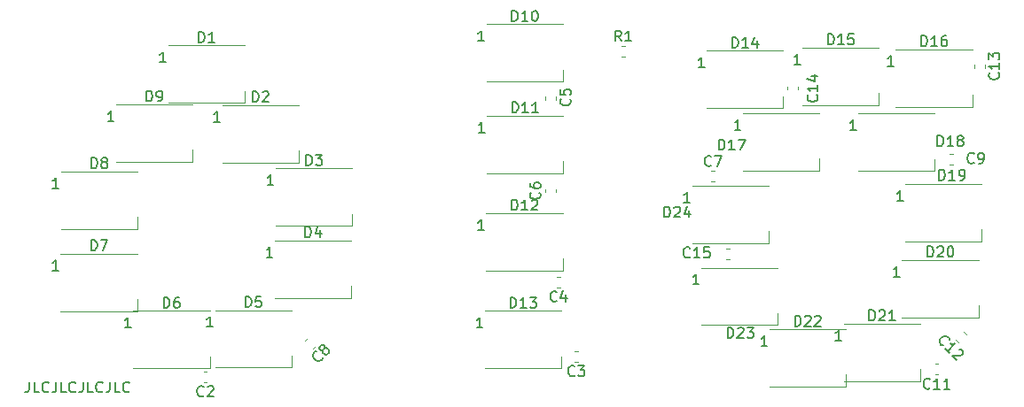
<source format=gbr>
%TF.GenerationSoftware,KiCad,Pcbnew,(5.1.12-1-10_14)*%
%TF.CreationDate,2021-11-25T16:53:39+11:00*%
%TF.ProjectId,HYD ISO Panel PCB V2,48594420-4953-44f2-9050-616e656c2050,rev?*%
%TF.SameCoordinates,Original*%
%TF.FileFunction,Legend,Top*%
%TF.FilePolarity,Positive*%
%FSLAX46Y46*%
G04 Gerber Fmt 4.6, Leading zero omitted, Abs format (unit mm)*
G04 Created by KiCad (PCBNEW (5.1.12-1-10_14)) date 2021-11-25 16:53:39*
%MOMM*%
%LPD*%
G01*
G04 APERTURE LIST*
%ADD10C,0.150000*%
%ADD11C,0.120000*%
G04 APERTURE END LIST*
D10*
X74710952Y-97632380D02*
X74710952Y-98346666D01*
X74663333Y-98489523D01*
X74568095Y-98584761D01*
X74425238Y-98632380D01*
X74330000Y-98632380D01*
X75663333Y-98632380D02*
X75187142Y-98632380D01*
X75187142Y-97632380D01*
X76568095Y-98537142D02*
X76520476Y-98584761D01*
X76377619Y-98632380D01*
X76282380Y-98632380D01*
X76139523Y-98584761D01*
X76044285Y-98489523D01*
X75996666Y-98394285D01*
X75949047Y-98203809D01*
X75949047Y-98060952D01*
X75996666Y-97870476D01*
X76044285Y-97775238D01*
X76139523Y-97680000D01*
X76282380Y-97632380D01*
X76377619Y-97632380D01*
X76520476Y-97680000D01*
X76568095Y-97727619D01*
X77282380Y-97632380D02*
X77282380Y-98346666D01*
X77234761Y-98489523D01*
X77139523Y-98584761D01*
X76996666Y-98632380D01*
X76901428Y-98632380D01*
X78234761Y-98632380D02*
X77758571Y-98632380D01*
X77758571Y-97632380D01*
X79139523Y-98537142D02*
X79091904Y-98584761D01*
X78949047Y-98632380D01*
X78853809Y-98632380D01*
X78710952Y-98584761D01*
X78615714Y-98489523D01*
X78568095Y-98394285D01*
X78520476Y-98203809D01*
X78520476Y-98060952D01*
X78568095Y-97870476D01*
X78615714Y-97775238D01*
X78710952Y-97680000D01*
X78853809Y-97632380D01*
X78949047Y-97632380D01*
X79091904Y-97680000D01*
X79139523Y-97727619D01*
X79853809Y-97632380D02*
X79853809Y-98346666D01*
X79806190Y-98489523D01*
X79710952Y-98584761D01*
X79568095Y-98632380D01*
X79472857Y-98632380D01*
X80806190Y-98632380D02*
X80330000Y-98632380D01*
X80330000Y-97632380D01*
X81710952Y-98537142D02*
X81663333Y-98584761D01*
X81520476Y-98632380D01*
X81425238Y-98632380D01*
X81282380Y-98584761D01*
X81187142Y-98489523D01*
X81139523Y-98394285D01*
X81091904Y-98203809D01*
X81091904Y-98060952D01*
X81139523Y-97870476D01*
X81187142Y-97775238D01*
X81282380Y-97680000D01*
X81425238Y-97632380D01*
X81520476Y-97632380D01*
X81663333Y-97680000D01*
X81710952Y-97727619D01*
X82425238Y-97632380D02*
X82425238Y-98346666D01*
X82377619Y-98489523D01*
X82282380Y-98584761D01*
X82139523Y-98632380D01*
X82044285Y-98632380D01*
X83377619Y-98632380D02*
X82901428Y-98632380D01*
X82901428Y-97632380D01*
X84282380Y-98537142D02*
X84234761Y-98584761D01*
X84091904Y-98632380D01*
X83996666Y-98632380D01*
X83853809Y-98584761D01*
X83758571Y-98489523D01*
X83710952Y-98394285D01*
X83663333Y-98203809D01*
X83663333Y-98060952D01*
X83710952Y-97870476D01*
X83758571Y-97775238D01*
X83853809Y-97680000D01*
X83996666Y-97632380D01*
X84091904Y-97632380D01*
X84234761Y-97680000D01*
X84282380Y-97727619D01*
D11*
%TO.C,R1*%
X131272161Y-65486820D02*
X131597719Y-65486820D01*
X131272161Y-66506820D02*
X131597719Y-66506820D01*
%TO.C,C15*%
X141274481Y-84910200D02*
X141600039Y-84910200D01*
X141274481Y-85930200D02*
X141600039Y-85930200D01*
%TO.C,C14*%
X148134800Y-69351841D02*
X148134800Y-69677399D01*
X147114800Y-69351841D02*
X147114800Y-69677399D01*
%TO.C,C13*%
X165980840Y-67266701D02*
X165980840Y-67592259D01*
X164960840Y-67266701D02*
X164960840Y-67592259D01*
%TO.C,C12*%
X163464511Y-93820140D02*
X163234306Y-93589935D01*
X164185760Y-93098891D02*
X163955555Y-92868686D01*
%TO.C,C11*%
X161541779Y-96938560D02*
X161216221Y-96938560D01*
X161541779Y-95918560D02*
X161216221Y-95918560D01*
%TO.C,C9*%
X162923339Y-76814140D02*
X162597781Y-76814140D01*
X162923339Y-75794140D02*
X162597781Y-75794140D01*
%TO.C,C8*%
X102039580Y-94182929D02*
X101809375Y-94413134D01*
X101318331Y-93461680D02*
X101088126Y-93691885D01*
%TO.C,C7*%
X139847201Y-77462920D02*
X140172759Y-77462920D01*
X139847201Y-78482920D02*
X140172759Y-78482920D01*
%TO.C,C6*%
X124000800Y-79507199D02*
X124000800Y-79181641D01*
X125020800Y-79507199D02*
X125020800Y-79181641D01*
%TO.C,C5*%
X123970320Y-70632439D02*
X123970320Y-70306881D01*
X124990320Y-70632439D02*
X124990320Y-70306881D01*
%TO.C,C4*%
X125410079Y-88579420D02*
X125084521Y-88579420D01*
X125410079Y-87559420D02*
X125084521Y-87559420D01*
%TO.C,C3*%
X127132399Y-95716820D02*
X126806841Y-95716820D01*
X127132399Y-94696820D02*
X126806841Y-94696820D01*
%TO.C,C2*%
X91691779Y-97667540D02*
X91366221Y-97667540D01*
X91691779Y-96647540D02*
X91366221Y-96647540D01*
%TO.C,D21*%
X159797600Y-97568000D02*
X159797600Y-96418000D01*
X152497600Y-97568000D02*
X159797600Y-97568000D01*
X152497600Y-92068000D02*
X159797600Y-92068000D01*
%TO.C,D22*%
X152697200Y-98101600D02*
X152697200Y-96951600D01*
X145397200Y-98101600D02*
X152697200Y-98101600D01*
X145397200Y-92601600D02*
X152697200Y-92601600D01*
%TO.C,D20*%
X165358000Y-91472000D02*
X165358000Y-90322000D01*
X158058000Y-91472000D02*
X165358000Y-91472000D01*
X158058000Y-85972000D02*
X165358000Y-85972000D01*
%TO.C,D23*%
X146183200Y-92208800D02*
X146183200Y-91058800D01*
X138883200Y-92208800D02*
X146183200Y-92208800D01*
X138883200Y-86708800D02*
X146183200Y-86708800D01*
%TO.C,D19*%
X165690400Y-84208000D02*
X165690400Y-83058000D01*
X158390400Y-84208000D02*
X165690400Y-84208000D01*
X158390400Y-78708000D02*
X165690400Y-78708000D01*
%TO.C,D24*%
X145319600Y-84360000D02*
X145319600Y-83210000D01*
X138019600Y-84360000D02*
X145319600Y-84360000D01*
X138019600Y-78860000D02*
X145319600Y-78860000D01*
%TO.C,D18*%
X161192400Y-77451200D02*
X161192400Y-76301200D01*
X153892400Y-77451200D02*
X161192400Y-77451200D01*
X153892400Y-71951200D02*
X161192400Y-71951200D01*
%TO.C,D17*%
X150157200Y-77426000D02*
X150157200Y-76276000D01*
X142857200Y-77426000D02*
X150157200Y-77426000D01*
X142857200Y-71926000D02*
X150157200Y-71926000D01*
%TO.C,D16*%
X164776000Y-71304400D02*
X164776000Y-70154400D01*
X157476000Y-71304400D02*
X164776000Y-71304400D01*
X157476000Y-65804400D02*
X164776000Y-65804400D01*
%TO.C,D15*%
X155858400Y-71152000D02*
X155858400Y-70002000D01*
X148558400Y-71152000D02*
X155858400Y-71152000D01*
X148558400Y-65652000D02*
X155858400Y-65652000D01*
%TO.C,D14*%
X146714400Y-71456800D02*
X146714400Y-70306800D01*
X139414400Y-71456800D02*
X146714400Y-71456800D01*
X139414400Y-65956800D02*
X146714400Y-65956800D01*
%TO.C,D13*%
X125530800Y-96348800D02*
X125530800Y-95198800D01*
X118230800Y-96348800D02*
X125530800Y-96348800D01*
X118230800Y-90848800D02*
X125530800Y-90848800D01*
%TO.C,D12*%
X125660000Y-87001600D02*
X125660000Y-85851600D01*
X118360000Y-87001600D02*
X125660000Y-87001600D01*
X118360000Y-81501600D02*
X125660000Y-81501600D01*
%TO.C,D11*%
X125710800Y-77654400D02*
X125710800Y-76504400D01*
X118410800Y-77654400D02*
X125710800Y-77654400D01*
X118410800Y-72154400D02*
X125710800Y-72154400D01*
%TO.C,D10*%
X125671600Y-68916800D02*
X125671600Y-67766800D01*
X118371600Y-68916800D02*
X125671600Y-68916800D01*
X118371600Y-63416800D02*
X125671600Y-63416800D01*
%TO.C,D9*%
X90303200Y-76587600D02*
X90303200Y-75437600D01*
X83003200Y-76587600D02*
X90303200Y-76587600D01*
X83003200Y-71087600D02*
X90303200Y-71087600D01*
%TO.C,D8*%
X85043200Y-82988800D02*
X85043200Y-81838800D01*
X77743200Y-82988800D02*
X85043200Y-82988800D01*
X77743200Y-77488800D02*
X85043200Y-77488800D01*
%TO.C,D7*%
X85020000Y-90862800D02*
X85020000Y-89712800D01*
X77720000Y-90862800D02*
X85020000Y-90862800D01*
X77720000Y-85362800D02*
X85020000Y-85362800D01*
%TO.C,D6*%
X91952000Y-96348800D02*
X91952000Y-95198800D01*
X84652000Y-96348800D02*
X91952000Y-96348800D01*
X84652000Y-90848800D02*
X91952000Y-90848800D01*
%TO.C,D5*%
X99763600Y-96272800D02*
X99763600Y-95122800D01*
X92463600Y-96272800D02*
X99763600Y-96272800D01*
X92463600Y-90772800D02*
X99763600Y-90772800D01*
%TO.C,D4*%
X105464800Y-89592400D02*
X105464800Y-88442400D01*
X98164800Y-89592400D02*
X105464800Y-89592400D01*
X98164800Y-84092400D02*
X105464800Y-84092400D01*
%TO.C,D3*%
X105554800Y-82709200D02*
X105554800Y-81559200D01*
X98254800Y-82709200D02*
X105554800Y-82709200D01*
X98254800Y-77209200D02*
X105554800Y-77209200D01*
%TO.C,D2*%
X100435600Y-76638400D02*
X100435600Y-75488400D01*
X93135600Y-76638400D02*
X100435600Y-76638400D01*
X93135600Y-71138400D02*
X100435600Y-71138400D01*
%TO.C,D1*%
X95281600Y-70948800D02*
X95281600Y-69798800D01*
X87981600Y-70948800D02*
X95281600Y-70948800D01*
X87981600Y-65448800D02*
X95281600Y-65448800D01*
%TO.C,R1*%
D10*
X131268273Y-65019200D02*
X130934940Y-64543010D01*
X130696844Y-65019200D02*
X130696844Y-64019200D01*
X131077797Y-64019200D01*
X131173035Y-64066820D01*
X131220654Y-64114439D01*
X131268273Y-64209677D01*
X131268273Y-64352534D01*
X131220654Y-64447772D01*
X131173035Y-64495391D01*
X131077797Y-64543010D01*
X130696844Y-64543010D01*
X132220654Y-65019200D02*
X131649225Y-65019200D01*
X131934940Y-65019200D02*
X131934940Y-64019200D01*
X131839701Y-64162058D01*
X131744463Y-64257296D01*
X131649225Y-64304915D01*
%TO.C,C15*%
X137807142Y-85657142D02*
X137759523Y-85704761D01*
X137616666Y-85752380D01*
X137521428Y-85752380D01*
X137378571Y-85704761D01*
X137283333Y-85609523D01*
X137235714Y-85514285D01*
X137188095Y-85323809D01*
X137188095Y-85180952D01*
X137235714Y-84990476D01*
X137283333Y-84895238D01*
X137378571Y-84800000D01*
X137521428Y-84752380D01*
X137616666Y-84752380D01*
X137759523Y-84800000D01*
X137807142Y-84847619D01*
X138759523Y-85752380D02*
X138188095Y-85752380D01*
X138473809Y-85752380D02*
X138473809Y-84752380D01*
X138378571Y-84895238D01*
X138283333Y-84990476D01*
X138188095Y-85038095D01*
X139664285Y-84752380D02*
X139188095Y-84752380D01*
X139140476Y-85228571D01*
X139188095Y-85180952D01*
X139283333Y-85133333D01*
X139521428Y-85133333D01*
X139616666Y-85180952D01*
X139664285Y-85228571D01*
X139711904Y-85323809D01*
X139711904Y-85561904D01*
X139664285Y-85657142D01*
X139616666Y-85704761D01*
X139521428Y-85752380D01*
X139283333Y-85752380D01*
X139188095Y-85704761D01*
X139140476Y-85657142D01*
%TO.C,C14*%
X149932142Y-70192857D02*
X149979761Y-70240476D01*
X150027380Y-70383333D01*
X150027380Y-70478571D01*
X149979761Y-70621428D01*
X149884523Y-70716666D01*
X149789285Y-70764285D01*
X149598809Y-70811904D01*
X149455952Y-70811904D01*
X149265476Y-70764285D01*
X149170238Y-70716666D01*
X149075000Y-70621428D01*
X149027380Y-70478571D01*
X149027380Y-70383333D01*
X149075000Y-70240476D01*
X149122619Y-70192857D01*
X150027380Y-69240476D02*
X150027380Y-69811904D01*
X150027380Y-69526190D02*
X149027380Y-69526190D01*
X149170238Y-69621428D01*
X149265476Y-69716666D01*
X149313095Y-69811904D01*
X149360714Y-68383333D02*
X150027380Y-68383333D01*
X148979761Y-68621428D02*
X149694047Y-68859523D01*
X149694047Y-68240476D01*
%TO.C,C13*%
X167257982Y-68072337D02*
X167305601Y-68119956D01*
X167353220Y-68262813D01*
X167353220Y-68358051D01*
X167305601Y-68500908D01*
X167210363Y-68596146D01*
X167115125Y-68643765D01*
X166924649Y-68691384D01*
X166781792Y-68691384D01*
X166591316Y-68643765D01*
X166496078Y-68596146D01*
X166400840Y-68500908D01*
X166353220Y-68358051D01*
X166353220Y-68262813D01*
X166400840Y-68119956D01*
X166448459Y-68072337D01*
X167353220Y-67119956D02*
X167353220Y-67691384D01*
X167353220Y-67405670D02*
X166353220Y-67405670D01*
X166496078Y-67500908D01*
X166591316Y-67596146D01*
X166638935Y-67691384D01*
X166353220Y-66786622D02*
X166353220Y-66167575D01*
X166734173Y-66500908D01*
X166734173Y-66358051D01*
X166781792Y-66262813D01*
X166829411Y-66215194D01*
X166924649Y-66167575D01*
X167162744Y-66167575D01*
X167257982Y-66215194D01*
X167305601Y-66262813D01*
X167353220Y-66358051D01*
X167353220Y-66643765D01*
X167305601Y-66739003D01*
X167257982Y-66786622D01*
%TO.C,C12*%
X161991763Y-94153545D02*
X161924419Y-94153545D01*
X161789732Y-94086201D01*
X161722389Y-94018858D01*
X161655045Y-93884171D01*
X161655045Y-93749484D01*
X161688717Y-93648469D01*
X161789732Y-93480110D01*
X161890747Y-93379095D01*
X162059106Y-93278079D01*
X162160121Y-93244408D01*
X162294808Y-93244408D01*
X162429495Y-93311751D01*
X162496839Y-93379095D01*
X162564182Y-93513782D01*
X162564182Y-93581125D01*
X162597854Y-94894324D02*
X162193793Y-94490263D01*
X162395824Y-94692293D02*
X163102931Y-93985186D01*
X162934572Y-94018858D01*
X162799885Y-94018858D01*
X162698870Y-93985186D01*
X163506992Y-94523934D02*
X163574335Y-94523934D01*
X163675350Y-94557606D01*
X163843709Y-94725965D01*
X163877381Y-94826980D01*
X163877381Y-94894324D01*
X163843709Y-94995339D01*
X163776366Y-95062682D01*
X163641679Y-95130026D01*
X162833557Y-95130026D01*
X163271289Y-95567759D01*
%TO.C,C11*%
X160736142Y-98215702D02*
X160688523Y-98263321D01*
X160545666Y-98310940D01*
X160450428Y-98310940D01*
X160307571Y-98263321D01*
X160212333Y-98168083D01*
X160164714Y-98072845D01*
X160117095Y-97882369D01*
X160117095Y-97739512D01*
X160164714Y-97549036D01*
X160212333Y-97453798D01*
X160307571Y-97358560D01*
X160450428Y-97310940D01*
X160545666Y-97310940D01*
X160688523Y-97358560D01*
X160736142Y-97406179D01*
X161688523Y-98310940D02*
X161117095Y-98310940D01*
X161402809Y-98310940D02*
X161402809Y-97310940D01*
X161307571Y-97453798D01*
X161212333Y-97549036D01*
X161117095Y-97596655D01*
X162640904Y-98310940D02*
X162069476Y-98310940D01*
X162355190Y-98310940D02*
X162355190Y-97310940D01*
X162259952Y-97453798D01*
X162164714Y-97549036D01*
X162069476Y-97596655D01*
%TO.C,C9*%
X164933333Y-76632142D02*
X164885714Y-76679761D01*
X164742857Y-76727380D01*
X164647619Y-76727380D01*
X164504761Y-76679761D01*
X164409523Y-76584523D01*
X164361904Y-76489285D01*
X164314285Y-76298809D01*
X164314285Y-76155952D01*
X164361904Y-75965476D01*
X164409523Y-75870238D01*
X164504761Y-75775000D01*
X164647619Y-75727380D01*
X164742857Y-75727380D01*
X164885714Y-75775000D01*
X164933333Y-75822619D01*
X165409523Y-76727380D02*
X165600000Y-76727380D01*
X165695238Y-76679761D01*
X165742857Y-76632142D01*
X165838095Y-76489285D01*
X165885714Y-76298809D01*
X165885714Y-75917857D01*
X165838095Y-75822619D01*
X165790476Y-75775000D01*
X165695238Y-75727380D01*
X165504761Y-75727380D01*
X165409523Y-75775000D01*
X165361904Y-75822619D01*
X165314285Y-75917857D01*
X165314285Y-76155952D01*
X165361904Y-76251190D01*
X165409523Y-76298809D01*
X165504761Y-76346428D01*
X165695238Y-76346428D01*
X165790476Y-76298809D01*
X165838095Y-76251190D01*
X165885714Y-76155952D01*
%TO.C,C8*%
X102709703Y-95318959D02*
X102709703Y-95386302D01*
X102642359Y-95520989D01*
X102575016Y-95588333D01*
X102440328Y-95655676D01*
X102305641Y-95655676D01*
X102204626Y-95622005D01*
X102036267Y-95520989D01*
X101935252Y-95419974D01*
X101834237Y-95251615D01*
X101800565Y-95150600D01*
X101800565Y-95015913D01*
X101867909Y-94881226D01*
X101935252Y-94813882D01*
X102069939Y-94746539D01*
X102137283Y-94746539D01*
X102777046Y-94578180D02*
X102676031Y-94611852D01*
X102608687Y-94611852D01*
X102507672Y-94578180D01*
X102474000Y-94544508D01*
X102440328Y-94443493D01*
X102440328Y-94376150D01*
X102474000Y-94275134D01*
X102608687Y-94140447D01*
X102709703Y-94106776D01*
X102777046Y-94106776D01*
X102878061Y-94140447D01*
X102911733Y-94174119D01*
X102945405Y-94275134D01*
X102945405Y-94342478D01*
X102911733Y-94443493D01*
X102777046Y-94578180D01*
X102743374Y-94679195D01*
X102743374Y-94746539D01*
X102777046Y-94847554D01*
X102911733Y-94982241D01*
X103012748Y-95015913D01*
X103080092Y-95015913D01*
X103181107Y-94982241D01*
X103315794Y-94847554D01*
X103349466Y-94746539D01*
X103349466Y-94679195D01*
X103315794Y-94578180D01*
X103181107Y-94443493D01*
X103080092Y-94409821D01*
X103012748Y-94409821D01*
X102911733Y-94443493D01*
%TO.C,C7*%
X139843313Y-76900062D02*
X139795694Y-76947681D01*
X139652837Y-76995300D01*
X139557599Y-76995300D01*
X139414741Y-76947681D01*
X139319503Y-76852443D01*
X139271884Y-76757205D01*
X139224265Y-76566729D01*
X139224265Y-76423872D01*
X139271884Y-76233396D01*
X139319503Y-76138158D01*
X139414741Y-76042920D01*
X139557599Y-75995300D01*
X139652837Y-75995300D01*
X139795694Y-76042920D01*
X139843313Y-76090539D01*
X140176646Y-75995300D02*
X140843313Y-75995300D01*
X140414741Y-76995300D01*
%TO.C,C6*%
X123437942Y-79511086D02*
X123485561Y-79558705D01*
X123533180Y-79701562D01*
X123533180Y-79796800D01*
X123485561Y-79939658D01*
X123390323Y-80034896D01*
X123295085Y-80082515D01*
X123104609Y-80130134D01*
X122961752Y-80130134D01*
X122771276Y-80082515D01*
X122676038Y-80034896D01*
X122580800Y-79939658D01*
X122533180Y-79796800D01*
X122533180Y-79701562D01*
X122580800Y-79558705D01*
X122628419Y-79511086D01*
X122533180Y-78653943D02*
X122533180Y-78844420D01*
X122580800Y-78939658D01*
X122628419Y-78987277D01*
X122771276Y-79082515D01*
X122961752Y-79130134D01*
X123342704Y-79130134D01*
X123437942Y-79082515D01*
X123485561Y-79034896D01*
X123533180Y-78939658D01*
X123533180Y-78749181D01*
X123485561Y-78653943D01*
X123437942Y-78606324D01*
X123342704Y-78558705D01*
X123104609Y-78558705D01*
X123009371Y-78606324D01*
X122961752Y-78653943D01*
X122914133Y-78749181D01*
X122914133Y-78939658D01*
X122961752Y-79034896D01*
X123009371Y-79082515D01*
X123104609Y-79130134D01*
%TO.C,C5*%
X126332142Y-70566666D02*
X126379761Y-70614285D01*
X126427380Y-70757142D01*
X126427380Y-70852380D01*
X126379761Y-70995238D01*
X126284523Y-71090476D01*
X126189285Y-71138095D01*
X125998809Y-71185714D01*
X125855952Y-71185714D01*
X125665476Y-71138095D01*
X125570238Y-71090476D01*
X125475000Y-70995238D01*
X125427380Y-70852380D01*
X125427380Y-70757142D01*
X125475000Y-70614285D01*
X125522619Y-70566666D01*
X125427380Y-69661904D02*
X125427380Y-70138095D01*
X125903571Y-70185714D01*
X125855952Y-70138095D01*
X125808333Y-70042857D01*
X125808333Y-69804761D01*
X125855952Y-69709523D01*
X125903571Y-69661904D01*
X125998809Y-69614285D01*
X126236904Y-69614285D01*
X126332142Y-69661904D01*
X126379761Y-69709523D01*
X126427380Y-69804761D01*
X126427380Y-70042857D01*
X126379761Y-70138095D01*
X126332142Y-70185714D01*
%TO.C,C4*%
X125080633Y-89856562D02*
X125033014Y-89904181D01*
X124890157Y-89951800D01*
X124794919Y-89951800D01*
X124652061Y-89904181D01*
X124556823Y-89808943D01*
X124509204Y-89713705D01*
X124461585Y-89523229D01*
X124461585Y-89380372D01*
X124509204Y-89189896D01*
X124556823Y-89094658D01*
X124652061Y-88999420D01*
X124794919Y-88951800D01*
X124890157Y-88951800D01*
X125033014Y-88999420D01*
X125080633Y-89047039D01*
X125937776Y-89285134D02*
X125937776Y-89951800D01*
X125699680Y-88904181D02*
X125461585Y-89618467D01*
X126080633Y-89618467D01*
%TO.C,C3*%
X126802953Y-96993962D02*
X126755334Y-97041581D01*
X126612477Y-97089200D01*
X126517239Y-97089200D01*
X126374381Y-97041581D01*
X126279143Y-96946343D01*
X126231524Y-96851105D01*
X126183905Y-96660629D01*
X126183905Y-96517772D01*
X126231524Y-96327296D01*
X126279143Y-96232058D01*
X126374381Y-96136820D01*
X126517239Y-96089200D01*
X126612477Y-96089200D01*
X126755334Y-96136820D01*
X126802953Y-96184439D01*
X127136286Y-96089200D02*
X127755334Y-96089200D01*
X127422000Y-96470153D01*
X127564858Y-96470153D01*
X127660096Y-96517772D01*
X127707715Y-96565391D01*
X127755334Y-96660629D01*
X127755334Y-96898724D01*
X127707715Y-96993962D01*
X127660096Y-97041581D01*
X127564858Y-97089200D01*
X127279143Y-97089200D01*
X127183905Y-97041581D01*
X127136286Y-96993962D01*
%TO.C,C2*%
X91362333Y-98944682D02*
X91314714Y-98992301D01*
X91171857Y-99039920D01*
X91076619Y-99039920D01*
X90933761Y-98992301D01*
X90838523Y-98897063D01*
X90790904Y-98801825D01*
X90743285Y-98611349D01*
X90743285Y-98468492D01*
X90790904Y-98278016D01*
X90838523Y-98182778D01*
X90933761Y-98087540D01*
X91076619Y-98039920D01*
X91171857Y-98039920D01*
X91314714Y-98087540D01*
X91362333Y-98135159D01*
X91743285Y-98135159D02*
X91790904Y-98087540D01*
X91886142Y-98039920D01*
X92124238Y-98039920D01*
X92219476Y-98087540D01*
X92267095Y-98135159D01*
X92314714Y-98230397D01*
X92314714Y-98325635D01*
X92267095Y-98468492D01*
X91695666Y-99039920D01*
X92314714Y-99039920D01*
%TO.C,D21*%
X154933314Y-91770380D02*
X154933314Y-90770380D01*
X155171409Y-90770380D01*
X155314266Y-90818000D01*
X155409504Y-90913238D01*
X155457123Y-91008476D01*
X155504742Y-91198952D01*
X155504742Y-91341809D01*
X155457123Y-91532285D01*
X155409504Y-91627523D01*
X155314266Y-91722761D01*
X155171409Y-91770380D01*
X154933314Y-91770380D01*
X155885695Y-90865619D02*
X155933314Y-90818000D01*
X156028552Y-90770380D01*
X156266647Y-90770380D01*
X156361885Y-90818000D01*
X156409504Y-90865619D01*
X156457123Y-90960857D01*
X156457123Y-91056095D01*
X156409504Y-91198952D01*
X155838076Y-91770380D01*
X156457123Y-91770380D01*
X157409504Y-91770380D02*
X156838076Y-91770380D01*
X157123790Y-91770380D02*
X157123790Y-90770380D01*
X157028552Y-90913238D01*
X156933314Y-91008476D01*
X156838076Y-91056095D01*
X152283314Y-93670380D02*
X151711885Y-93670380D01*
X151997600Y-93670380D02*
X151997600Y-92670380D01*
X151902361Y-92813238D01*
X151807123Y-92908476D01*
X151711885Y-92956095D01*
%TO.C,D22*%
X147832914Y-92303980D02*
X147832914Y-91303980D01*
X148071009Y-91303980D01*
X148213866Y-91351600D01*
X148309104Y-91446838D01*
X148356723Y-91542076D01*
X148404342Y-91732552D01*
X148404342Y-91875409D01*
X148356723Y-92065885D01*
X148309104Y-92161123D01*
X148213866Y-92256361D01*
X148071009Y-92303980D01*
X147832914Y-92303980D01*
X148785295Y-91399219D02*
X148832914Y-91351600D01*
X148928152Y-91303980D01*
X149166247Y-91303980D01*
X149261485Y-91351600D01*
X149309104Y-91399219D01*
X149356723Y-91494457D01*
X149356723Y-91589695D01*
X149309104Y-91732552D01*
X148737676Y-92303980D01*
X149356723Y-92303980D01*
X149737676Y-91399219D02*
X149785295Y-91351600D01*
X149880533Y-91303980D01*
X150118628Y-91303980D01*
X150213866Y-91351600D01*
X150261485Y-91399219D01*
X150309104Y-91494457D01*
X150309104Y-91589695D01*
X150261485Y-91732552D01*
X149690057Y-92303980D01*
X150309104Y-92303980D01*
X145182914Y-94203980D02*
X144611485Y-94203980D01*
X144897200Y-94203980D02*
X144897200Y-93203980D01*
X144801961Y-93346838D01*
X144706723Y-93442076D01*
X144611485Y-93489695D01*
%TO.C,D20*%
X160493714Y-85674380D02*
X160493714Y-84674380D01*
X160731809Y-84674380D01*
X160874666Y-84722000D01*
X160969904Y-84817238D01*
X161017523Y-84912476D01*
X161065142Y-85102952D01*
X161065142Y-85245809D01*
X161017523Y-85436285D01*
X160969904Y-85531523D01*
X160874666Y-85626761D01*
X160731809Y-85674380D01*
X160493714Y-85674380D01*
X161446095Y-84769619D02*
X161493714Y-84722000D01*
X161588952Y-84674380D01*
X161827047Y-84674380D01*
X161922285Y-84722000D01*
X161969904Y-84769619D01*
X162017523Y-84864857D01*
X162017523Y-84960095D01*
X161969904Y-85102952D01*
X161398476Y-85674380D01*
X162017523Y-85674380D01*
X162636571Y-84674380D02*
X162731809Y-84674380D01*
X162827047Y-84722000D01*
X162874666Y-84769619D01*
X162922285Y-84864857D01*
X162969904Y-85055333D01*
X162969904Y-85293428D01*
X162922285Y-85483904D01*
X162874666Y-85579142D01*
X162827047Y-85626761D01*
X162731809Y-85674380D01*
X162636571Y-85674380D01*
X162541333Y-85626761D01*
X162493714Y-85579142D01*
X162446095Y-85483904D01*
X162398476Y-85293428D01*
X162398476Y-85055333D01*
X162446095Y-84864857D01*
X162493714Y-84769619D01*
X162541333Y-84722000D01*
X162636571Y-84674380D01*
X157843714Y-87574380D02*
X157272285Y-87574380D01*
X157558000Y-87574380D02*
X157558000Y-86574380D01*
X157462761Y-86717238D01*
X157367523Y-86812476D01*
X157272285Y-86860095D01*
%TO.C,D23*%
X141410714Y-93427380D02*
X141410714Y-92427380D01*
X141648809Y-92427380D01*
X141791666Y-92475000D01*
X141886904Y-92570238D01*
X141934523Y-92665476D01*
X141982142Y-92855952D01*
X141982142Y-92998809D01*
X141934523Y-93189285D01*
X141886904Y-93284523D01*
X141791666Y-93379761D01*
X141648809Y-93427380D01*
X141410714Y-93427380D01*
X142363095Y-92522619D02*
X142410714Y-92475000D01*
X142505952Y-92427380D01*
X142744047Y-92427380D01*
X142839285Y-92475000D01*
X142886904Y-92522619D01*
X142934523Y-92617857D01*
X142934523Y-92713095D01*
X142886904Y-92855952D01*
X142315476Y-93427380D01*
X142934523Y-93427380D01*
X143267857Y-92427380D02*
X143886904Y-92427380D01*
X143553571Y-92808333D01*
X143696428Y-92808333D01*
X143791666Y-92855952D01*
X143839285Y-92903571D01*
X143886904Y-92998809D01*
X143886904Y-93236904D01*
X143839285Y-93332142D01*
X143791666Y-93379761D01*
X143696428Y-93427380D01*
X143410714Y-93427380D01*
X143315476Y-93379761D01*
X143267857Y-93332142D01*
X138668914Y-88311180D02*
X138097485Y-88311180D01*
X138383200Y-88311180D02*
X138383200Y-87311180D01*
X138287961Y-87454038D01*
X138192723Y-87549276D01*
X138097485Y-87596895D01*
%TO.C,D19*%
X161599714Y-78328780D02*
X161599714Y-77328780D01*
X161837809Y-77328780D01*
X161980666Y-77376400D01*
X162075904Y-77471638D01*
X162123523Y-77566876D01*
X162171142Y-77757352D01*
X162171142Y-77900209D01*
X162123523Y-78090685D01*
X162075904Y-78185923D01*
X161980666Y-78281161D01*
X161837809Y-78328780D01*
X161599714Y-78328780D01*
X163123523Y-78328780D02*
X162552095Y-78328780D01*
X162837809Y-78328780D02*
X162837809Y-77328780D01*
X162742571Y-77471638D01*
X162647333Y-77566876D01*
X162552095Y-77614495D01*
X163599714Y-78328780D02*
X163790190Y-78328780D01*
X163885428Y-78281161D01*
X163933047Y-78233542D01*
X164028285Y-78090685D01*
X164075904Y-77900209D01*
X164075904Y-77519257D01*
X164028285Y-77424019D01*
X163980666Y-77376400D01*
X163885428Y-77328780D01*
X163694952Y-77328780D01*
X163599714Y-77376400D01*
X163552095Y-77424019D01*
X163504476Y-77519257D01*
X163504476Y-77757352D01*
X163552095Y-77852590D01*
X163599714Y-77900209D01*
X163694952Y-77947828D01*
X163885428Y-77947828D01*
X163980666Y-77900209D01*
X164028285Y-77852590D01*
X164075904Y-77757352D01*
X158176114Y-80310380D02*
X157604685Y-80310380D01*
X157890400Y-80310380D02*
X157890400Y-79310380D01*
X157795161Y-79453238D01*
X157699923Y-79548476D01*
X157604685Y-79596095D01*
%TO.C,D24*%
X135360714Y-81877380D02*
X135360714Y-80877380D01*
X135598809Y-80877380D01*
X135741666Y-80925000D01*
X135836904Y-81020238D01*
X135884523Y-81115476D01*
X135932142Y-81305952D01*
X135932142Y-81448809D01*
X135884523Y-81639285D01*
X135836904Y-81734523D01*
X135741666Y-81829761D01*
X135598809Y-81877380D01*
X135360714Y-81877380D01*
X136313095Y-80972619D02*
X136360714Y-80925000D01*
X136455952Y-80877380D01*
X136694047Y-80877380D01*
X136789285Y-80925000D01*
X136836904Y-80972619D01*
X136884523Y-81067857D01*
X136884523Y-81163095D01*
X136836904Y-81305952D01*
X136265476Y-81877380D01*
X136884523Y-81877380D01*
X137741666Y-81210714D02*
X137741666Y-81877380D01*
X137503571Y-80829761D02*
X137265476Y-81544047D01*
X137884523Y-81544047D01*
X137805314Y-80462380D02*
X137233885Y-80462380D01*
X137519600Y-80462380D02*
X137519600Y-79462380D01*
X137424361Y-79605238D01*
X137329123Y-79700476D01*
X137233885Y-79748095D01*
%TO.C,D18*%
X161447314Y-75077580D02*
X161447314Y-74077580D01*
X161685409Y-74077580D01*
X161828266Y-74125200D01*
X161923504Y-74220438D01*
X161971123Y-74315676D01*
X162018742Y-74506152D01*
X162018742Y-74649009D01*
X161971123Y-74839485D01*
X161923504Y-74934723D01*
X161828266Y-75029961D01*
X161685409Y-75077580D01*
X161447314Y-75077580D01*
X162971123Y-75077580D02*
X162399695Y-75077580D01*
X162685409Y-75077580D02*
X162685409Y-74077580D01*
X162590171Y-74220438D01*
X162494933Y-74315676D01*
X162399695Y-74363295D01*
X163542552Y-74506152D02*
X163447314Y-74458533D01*
X163399695Y-74410914D01*
X163352076Y-74315676D01*
X163352076Y-74268057D01*
X163399695Y-74172819D01*
X163447314Y-74125200D01*
X163542552Y-74077580D01*
X163733028Y-74077580D01*
X163828266Y-74125200D01*
X163875885Y-74172819D01*
X163923504Y-74268057D01*
X163923504Y-74315676D01*
X163875885Y-74410914D01*
X163828266Y-74458533D01*
X163733028Y-74506152D01*
X163542552Y-74506152D01*
X163447314Y-74553771D01*
X163399695Y-74601390D01*
X163352076Y-74696628D01*
X163352076Y-74887104D01*
X163399695Y-74982342D01*
X163447314Y-75029961D01*
X163542552Y-75077580D01*
X163733028Y-75077580D01*
X163828266Y-75029961D01*
X163875885Y-74982342D01*
X163923504Y-74887104D01*
X163923504Y-74696628D01*
X163875885Y-74601390D01*
X163828266Y-74553771D01*
X163733028Y-74506152D01*
X153678114Y-73553580D02*
X153106685Y-73553580D01*
X153392400Y-73553580D02*
X153392400Y-72553580D01*
X153297161Y-72696438D01*
X153201923Y-72791676D01*
X153106685Y-72839295D01*
%TO.C,D17*%
X140568514Y-75433180D02*
X140568514Y-74433180D01*
X140806609Y-74433180D01*
X140949466Y-74480800D01*
X141044704Y-74576038D01*
X141092323Y-74671276D01*
X141139942Y-74861752D01*
X141139942Y-75004609D01*
X141092323Y-75195085D01*
X141044704Y-75290323D01*
X140949466Y-75385561D01*
X140806609Y-75433180D01*
X140568514Y-75433180D01*
X142092323Y-75433180D02*
X141520895Y-75433180D01*
X141806609Y-75433180D02*
X141806609Y-74433180D01*
X141711371Y-74576038D01*
X141616133Y-74671276D01*
X141520895Y-74718895D01*
X142425657Y-74433180D02*
X143092323Y-74433180D01*
X142663752Y-75433180D01*
X142642914Y-73528380D02*
X142071485Y-73528380D01*
X142357200Y-73528380D02*
X142357200Y-72528380D01*
X142261961Y-72671238D01*
X142166723Y-72766476D01*
X142071485Y-72814095D01*
%TO.C,D16*%
X159911714Y-65506780D02*
X159911714Y-64506780D01*
X160149809Y-64506780D01*
X160292666Y-64554400D01*
X160387904Y-64649638D01*
X160435523Y-64744876D01*
X160483142Y-64935352D01*
X160483142Y-65078209D01*
X160435523Y-65268685D01*
X160387904Y-65363923D01*
X160292666Y-65459161D01*
X160149809Y-65506780D01*
X159911714Y-65506780D01*
X161435523Y-65506780D02*
X160864095Y-65506780D01*
X161149809Y-65506780D02*
X161149809Y-64506780D01*
X161054571Y-64649638D01*
X160959333Y-64744876D01*
X160864095Y-64792495D01*
X162292666Y-64506780D02*
X162102190Y-64506780D01*
X162006952Y-64554400D01*
X161959333Y-64602019D01*
X161864095Y-64744876D01*
X161816476Y-64935352D01*
X161816476Y-65316304D01*
X161864095Y-65411542D01*
X161911714Y-65459161D01*
X162006952Y-65506780D01*
X162197428Y-65506780D01*
X162292666Y-65459161D01*
X162340285Y-65411542D01*
X162387904Y-65316304D01*
X162387904Y-65078209D01*
X162340285Y-64982971D01*
X162292666Y-64935352D01*
X162197428Y-64887733D01*
X162006952Y-64887733D01*
X161911714Y-64935352D01*
X161864095Y-64982971D01*
X161816476Y-65078209D01*
X157261714Y-67406780D02*
X156690285Y-67406780D01*
X156976000Y-67406780D02*
X156976000Y-66406780D01*
X156880761Y-66549638D01*
X156785523Y-66644876D01*
X156690285Y-66692495D01*
%TO.C,D15*%
X150994114Y-65354380D02*
X150994114Y-64354380D01*
X151232209Y-64354380D01*
X151375066Y-64402000D01*
X151470304Y-64497238D01*
X151517923Y-64592476D01*
X151565542Y-64782952D01*
X151565542Y-64925809D01*
X151517923Y-65116285D01*
X151470304Y-65211523D01*
X151375066Y-65306761D01*
X151232209Y-65354380D01*
X150994114Y-65354380D01*
X152517923Y-65354380D02*
X151946495Y-65354380D01*
X152232209Y-65354380D02*
X152232209Y-64354380D01*
X152136971Y-64497238D01*
X152041733Y-64592476D01*
X151946495Y-64640095D01*
X153422685Y-64354380D02*
X152946495Y-64354380D01*
X152898876Y-64830571D01*
X152946495Y-64782952D01*
X153041733Y-64735333D01*
X153279828Y-64735333D01*
X153375066Y-64782952D01*
X153422685Y-64830571D01*
X153470304Y-64925809D01*
X153470304Y-65163904D01*
X153422685Y-65259142D01*
X153375066Y-65306761D01*
X153279828Y-65354380D01*
X153041733Y-65354380D01*
X152946495Y-65306761D01*
X152898876Y-65259142D01*
X148344114Y-67254380D02*
X147772685Y-67254380D01*
X148058400Y-67254380D02*
X148058400Y-66254380D01*
X147963161Y-66397238D01*
X147867923Y-66492476D01*
X147772685Y-66540095D01*
%TO.C,D14*%
X141850114Y-65659180D02*
X141850114Y-64659180D01*
X142088209Y-64659180D01*
X142231066Y-64706800D01*
X142326304Y-64802038D01*
X142373923Y-64897276D01*
X142421542Y-65087752D01*
X142421542Y-65230609D01*
X142373923Y-65421085D01*
X142326304Y-65516323D01*
X142231066Y-65611561D01*
X142088209Y-65659180D01*
X141850114Y-65659180D01*
X143373923Y-65659180D02*
X142802495Y-65659180D01*
X143088209Y-65659180D02*
X143088209Y-64659180D01*
X142992971Y-64802038D01*
X142897733Y-64897276D01*
X142802495Y-64944895D01*
X144231066Y-64992514D02*
X144231066Y-65659180D01*
X143992971Y-64611561D02*
X143754876Y-65325847D01*
X144373923Y-65325847D01*
X139200114Y-67559180D02*
X138628685Y-67559180D01*
X138914400Y-67559180D02*
X138914400Y-66559180D01*
X138819161Y-66702038D01*
X138723923Y-66797276D01*
X138628685Y-66844895D01*
%TO.C,D13*%
X120666514Y-90551180D02*
X120666514Y-89551180D01*
X120904609Y-89551180D01*
X121047466Y-89598800D01*
X121142704Y-89694038D01*
X121190323Y-89789276D01*
X121237942Y-89979752D01*
X121237942Y-90122609D01*
X121190323Y-90313085D01*
X121142704Y-90408323D01*
X121047466Y-90503561D01*
X120904609Y-90551180D01*
X120666514Y-90551180D01*
X122190323Y-90551180D02*
X121618895Y-90551180D01*
X121904609Y-90551180D02*
X121904609Y-89551180D01*
X121809371Y-89694038D01*
X121714133Y-89789276D01*
X121618895Y-89836895D01*
X122523657Y-89551180D02*
X123142704Y-89551180D01*
X122809371Y-89932133D01*
X122952228Y-89932133D01*
X123047466Y-89979752D01*
X123095085Y-90027371D01*
X123142704Y-90122609D01*
X123142704Y-90360704D01*
X123095085Y-90455942D01*
X123047466Y-90503561D01*
X122952228Y-90551180D01*
X122666514Y-90551180D01*
X122571276Y-90503561D01*
X122523657Y-90455942D01*
X118016514Y-92451180D02*
X117445085Y-92451180D01*
X117730800Y-92451180D02*
X117730800Y-91451180D01*
X117635561Y-91594038D01*
X117540323Y-91689276D01*
X117445085Y-91736895D01*
%TO.C,D12*%
X120795714Y-81203980D02*
X120795714Y-80203980D01*
X121033809Y-80203980D01*
X121176666Y-80251600D01*
X121271904Y-80346838D01*
X121319523Y-80442076D01*
X121367142Y-80632552D01*
X121367142Y-80775409D01*
X121319523Y-80965885D01*
X121271904Y-81061123D01*
X121176666Y-81156361D01*
X121033809Y-81203980D01*
X120795714Y-81203980D01*
X122319523Y-81203980D02*
X121748095Y-81203980D01*
X122033809Y-81203980D02*
X122033809Y-80203980D01*
X121938571Y-80346838D01*
X121843333Y-80442076D01*
X121748095Y-80489695D01*
X122700476Y-80299219D02*
X122748095Y-80251600D01*
X122843333Y-80203980D01*
X123081428Y-80203980D01*
X123176666Y-80251600D01*
X123224285Y-80299219D01*
X123271904Y-80394457D01*
X123271904Y-80489695D01*
X123224285Y-80632552D01*
X122652857Y-81203980D01*
X123271904Y-81203980D01*
X118145714Y-83103980D02*
X117574285Y-83103980D01*
X117860000Y-83103980D02*
X117860000Y-82103980D01*
X117764761Y-82246838D01*
X117669523Y-82342076D01*
X117574285Y-82389695D01*
%TO.C,D11*%
X120846514Y-71856780D02*
X120846514Y-70856780D01*
X121084609Y-70856780D01*
X121227466Y-70904400D01*
X121322704Y-70999638D01*
X121370323Y-71094876D01*
X121417942Y-71285352D01*
X121417942Y-71428209D01*
X121370323Y-71618685D01*
X121322704Y-71713923D01*
X121227466Y-71809161D01*
X121084609Y-71856780D01*
X120846514Y-71856780D01*
X122370323Y-71856780D02*
X121798895Y-71856780D01*
X122084609Y-71856780D02*
X122084609Y-70856780D01*
X121989371Y-70999638D01*
X121894133Y-71094876D01*
X121798895Y-71142495D01*
X123322704Y-71856780D02*
X122751276Y-71856780D01*
X123036990Y-71856780D02*
X123036990Y-70856780D01*
X122941752Y-70999638D01*
X122846514Y-71094876D01*
X122751276Y-71142495D01*
X118196514Y-73756780D02*
X117625085Y-73756780D01*
X117910800Y-73756780D02*
X117910800Y-72756780D01*
X117815561Y-72899638D01*
X117720323Y-72994876D01*
X117625085Y-73042495D01*
%TO.C,D10*%
X120807314Y-63119180D02*
X120807314Y-62119180D01*
X121045409Y-62119180D01*
X121188266Y-62166800D01*
X121283504Y-62262038D01*
X121331123Y-62357276D01*
X121378742Y-62547752D01*
X121378742Y-62690609D01*
X121331123Y-62881085D01*
X121283504Y-62976323D01*
X121188266Y-63071561D01*
X121045409Y-63119180D01*
X120807314Y-63119180D01*
X122331123Y-63119180D02*
X121759695Y-63119180D01*
X122045409Y-63119180D02*
X122045409Y-62119180D01*
X121950171Y-62262038D01*
X121854933Y-62357276D01*
X121759695Y-62404895D01*
X122950171Y-62119180D02*
X123045409Y-62119180D01*
X123140647Y-62166800D01*
X123188266Y-62214419D01*
X123235885Y-62309657D01*
X123283504Y-62500133D01*
X123283504Y-62738228D01*
X123235885Y-62928704D01*
X123188266Y-63023942D01*
X123140647Y-63071561D01*
X123045409Y-63119180D01*
X122950171Y-63119180D01*
X122854933Y-63071561D01*
X122807314Y-63023942D01*
X122759695Y-62928704D01*
X122712076Y-62738228D01*
X122712076Y-62500133D01*
X122759695Y-62309657D01*
X122807314Y-62214419D01*
X122854933Y-62166800D01*
X122950171Y-62119180D01*
X118157314Y-65019180D02*
X117585885Y-65019180D01*
X117871600Y-65019180D02*
X117871600Y-64019180D01*
X117776361Y-64162038D01*
X117681123Y-64257276D01*
X117585885Y-64304895D01*
%TO.C,D9*%
X85915104Y-70789980D02*
X85915104Y-69789980D01*
X86153200Y-69789980D01*
X86296057Y-69837600D01*
X86391295Y-69932838D01*
X86438914Y-70028076D01*
X86486533Y-70218552D01*
X86486533Y-70361409D01*
X86438914Y-70551885D01*
X86391295Y-70647123D01*
X86296057Y-70742361D01*
X86153200Y-70789980D01*
X85915104Y-70789980D01*
X86962723Y-70789980D02*
X87153200Y-70789980D01*
X87248438Y-70742361D01*
X87296057Y-70694742D01*
X87391295Y-70551885D01*
X87438914Y-70361409D01*
X87438914Y-69980457D01*
X87391295Y-69885219D01*
X87343676Y-69837600D01*
X87248438Y-69789980D01*
X87057961Y-69789980D01*
X86962723Y-69837600D01*
X86915104Y-69885219D01*
X86867485Y-69980457D01*
X86867485Y-70218552D01*
X86915104Y-70313790D01*
X86962723Y-70361409D01*
X87057961Y-70409028D01*
X87248438Y-70409028D01*
X87343676Y-70361409D01*
X87391295Y-70313790D01*
X87438914Y-70218552D01*
X82788914Y-72689980D02*
X82217485Y-72689980D01*
X82503200Y-72689980D02*
X82503200Y-71689980D01*
X82407961Y-71832838D01*
X82312723Y-71928076D01*
X82217485Y-71975695D01*
%TO.C,D8*%
X80655104Y-77191180D02*
X80655104Y-76191180D01*
X80893200Y-76191180D01*
X81036057Y-76238800D01*
X81131295Y-76334038D01*
X81178914Y-76429276D01*
X81226533Y-76619752D01*
X81226533Y-76762609D01*
X81178914Y-76953085D01*
X81131295Y-77048323D01*
X81036057Y-77143561D01*
X80893200Y-77191180D01*
X80655104Y-77191180D01*
X81797961Y-76619752D02*
X81702723Y-76572133D01*
X81655104Y-76524514D01*
X81607485Y-76429276D01*
X81607485Y-76381657D01*
X81655104Y-76286419D01*
X81702723Y-76238800D01*
X81797961Y-76191180D01*
X81988438Y-76191180D01*
X82083676Y-76238800D01*
X82131295Y-76286419D01*
X82178914Y-76381657D01*
X82178914Y-76429276D01*
X82131295Y-76524514D01*
X82083676Y-76572133D01*
X81988438Y-76619752D01*
X81797961Y-76619752D01*
X81702723Y-76667371D01*
X81655104Y-76714990D01*
X81607485Y-76810228D01*
X81607485Y-77000704D01*
X81655104Y-77095942D01*
X81702723Y-77143561D01*
X81797961Y-77191180D01*
X81988438Y-77191180D01*
X82083676Y-77143561D01*
X82131295Y-77095942D01*
X82178914Y-77000704D01*
X82178914Y-76810228D01*
X82131295Y-76714990D01*
X82083676Y-76667371D01*
X81988438Y-76619752D01*
X77528914Y-79091180D02*
X76957485Y-79091180D01*
X77243200Y-79091180D02*
X77243200Y-78091180D01*
X77147961Y-78234038D01*
X77052723Y-78329276D01*
X76957485Y-78376895D01*
%TO.C,D7*%
X80631904Y-85065180D02*
X80631904Y-84065180D01*
X80870000Y-84065180D01*
X81012857Y-84112800D01*
X81108095Y-84208038D01*
X81155714Y-84303276D01*
X81203333Y-84493752D01*
X81203333Y-84636609D01*
X81155714Y-84827085D01*
X81108095Y-84922323D01*
X81012857Y-85017561D01*
X80870000Y-85065180D01*
X80631904Y-85065180D01*
X81536666Y-84065180D02*
X82203333Y-84065180D01*
X81774761Y-85065180D01*
X77505714Y-86965180D02*
X76934285Y-86965180D01*
X77220000Y-86965180D02*
X77220000Y-85965180D01*
X77124761Y-86108038D01*
X77029523Y-86203276D01*
X76934285Y-86250895D01*
%TO.C,D6*%
X87563904Y-90551180D02*
X87563904Y-89551180D01*
X87802000Y-89551180D01*
X87944857Y-89598800D01*
X88040095Y-89694038D01*
X88087714Y-89789276D01*
X88135333Y-89979752D01*
X88135333Y-90122609D01*
X88087714Y-90313085D01*
X88040095Y-90408323D01*
X87944857Y-90503561D01*
X87802000Y-90551180D01*
X87563904Y-90551180D01*
X88992476Y-89551180D02*
X88802000Y-89551180D01*
X88706761Y-89598800D01*
X88659142Y-89646419D01*
X88563904Y-89789276D01*
X88516285Y-89979752D01*
X88516285Y-90360704D01*
X88563904Y-90455942D01*
X88611523Y-90503561D01*
X88706761Y-90551180D01*
X88897238Y-90551180D01*
X88992476Y-90503561D01*
X89040095Y-90455942D01*
X89087714Y-90360704D01*
X89087714Y-90122609D01*
X89040095Y-90027371D01*
X88992476Y-89979752D01*
X88897238Y-89932133D01*
X88706761Y-89932133D01*
X88611523Y-89979752D01*
X88563904Y-90027371D01*
X88516285Y-90122609D01*
X84437714Y-92451180D02*
X83866285Y-92451180D01*
X84152000Y-92451180D02*
X84152000Y-91451180D01*
X84056761Y-91594038D01*
X83961523Y-91689276D01*
X83866285Y-91736895D01*
%TO.C,D5*%
X95375504Y-90475180D02*
X95375504Y-89475180D01*
X95613600Y-89475180D01*
X95756457Y-89522800D01*
X95851695Y-89618038D01*
X95899314Y-89713276D01*
X95946933Y-89903752D01*
X95946933Y-90046609D01*
X95899314Y-90237085D01*
X95851695Y-90332323D01*
X95756457Y-90427561D01*
X95613600Y-90475180D01*
X95375504Y-90475180D01*
X96851695Y-89475180D02*
X96375504Y-89475180D01*
X96327885Y-89951371D01*
X96375504Y-89903752D01*
X96470742Y-89856133D01*
X96708838Y-89856133D01*
X96804076Y-89903752D01*
X96851695Y-89951371D01*
X96899314Y-90046609D01*
X96899314Y-90284704D01*
X96851695Y-90379942D01*
X96804076Y-90427561D01*
X96708838Y-90475180D01*
X96470742Y-90475180D01*
X96375504Y-90427561D01*
X96327885Y-90379942D01*
X92249314Y-92375180D02*
X91677885Y-92375180D01*
X91963600Y-92375180D02*
X91963600Y-91375180D01*
X91868361Y-91518038D01*
X91773123Y-91613276D01*
X91677885Y-91660895D01*
%TO.C,D4*%
X101076704Y-83794780D02*
X101076704Y-82794780D01*
X101314800Y-82794780D01*
X101457657Y-82842400D01*
X101552895Y-82937638D01*
X101600514Y-83032876D01*
X101648133Y-83223352D01*
X101648133Y-83366209D01*
X101600514Y-83556685D01*
X101552895Y-83651923D01*
X101457657Y-83747161D01*
X101314800Y-83794780D01*
X101076704Y-83794780D01*
X102505276Y-83128114D02*
X102505276Y-83794780D01*
X102267180Y-82747161D02*
X102029085Y-83461447D01*
X102648133Y-83461447D01*
X97950514Y-85694780D02*
X97379085Y-85694780D01*
X97664800Y-85694780D02*
X97664800Y-84694780D01*
X97569561Y-84837638D01*
X97474323Y-84932876D01*
X97379085Y-84980495D01*
%TO.C,D3*%
X101166704Y-76911580D02*
X101166704Y-75911580D01*
X101404800Y-75911580D01*
X101547657Y-75959200D01*
X101642895Y-76054438D01*
X101690514Y-76149676D01*
X101738133Y-76340152D01*
X101738133Y-76483009D01*
X101690514Y-76673485D01*
X101642895Y-76768723D01*
X101547657Y-76863961D01*
X101404800Y-76911580D01*
X101166704Y-76911580D01*
X102071466Y-75911580D02*
X102690514Y-75911580D01*
X102357180Y-76292533D01*
X102500038Y-76292533D01*
X102595276Y-76340152D01*
X102642895Y-76387771D01*
X102690514Y-76483009D01*
X102690514Y-76721104D01*
X102642895Y-76816342D01*
X102595276Y-76863961D01*
X102500038Y-76911580D01*
X102214323Y-76911580D01*
X102119085Y-76863961D01*
X102071466Y-76816342D01*
X98040514Y-78811580D02*
X97469085Y-78811580D01*
X97754800Y-78811580D02*
X97754800Y-77811580D01*
X97659561Y-77954438D01*
X97564323Y-78049676D01*
X97469085Y-78097295D01*
%TO.C,D2*%
X96047504Y-70840780D02*
X96047504Y-69840780D01*
X96285600Y-69840780D01*
X96428457Y-69888400D01*
X96523695Y-69983638D01*
X96571314Y-70078876D01*
X96618933Y-70269352D01*
X96618933Y-70412209D01*
X96571314Y-70602685D01*
X96523695Y-70697923D01*
X96428457Y-70793161D01*
X96285600Y-70840780D01*
X96047504Y-70840780D01*
X96999885Y-69936019D02*
X97047504Y-69888400D01*
X97142742Y-69840780D01*
X97380838Y-69840780D01*
X97476076Y-69888400D01*
X97523695Y-69936019D01*
X97571314Y-70031257D01*
X97571314Y-70126495D01*
X97523695Y-70269352D01*
X96952266Y-70840780D01*
X97571314Y-70840780D01*
X92921314Y-72740780D02*
X92349885Y-72740780D01*
X92635600Y-72740780D02*
X92635600Y-71740780D01*
X92540361Y-71883638D01*
X92445123Y-71978876D01*
X92349885Y-72026495D01*
%TO.C,D1*%
X90893504Y-65151180D02*
X90893504Y-64151180D01*
X91131600Y-64151180D01*
X91274457Y-64198800D01*
X91369695Y-64294038D01*
X91417314Y-64389276D01*
X91464933Y-64579752D01*
X91464933Y-64722609D01*
X91417314Y-64913085D01*
X91369695Y-65008323D01*
X91274457Y-65103561D01*
X91131600Y-65151180D01*
X90893504Y-65151180D01*
X92417314Y-65151180D02*
X91845885Y-65151180D01*
X92131600Y-65151180D02*
X92131600Y-64151180D01*
X92036361Y-64294038D01*
X91941123Y-64389276D01*
X91845885Y-64436895D01*
X87767314Y-67051180D02*
X87195885Y-67051180D01*
X87481600Y-67051180D02*
X87481600Y-66051180D01*
X87386361Y-66194038D01*
X87291123Y-66289276D01*
X87195885Y-66336895D01*
%TD*%
M02*

</source>
